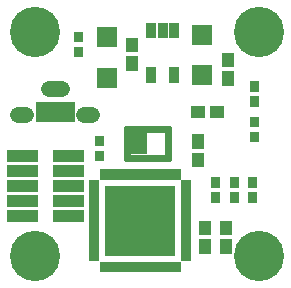
<source format=gts>
*
*
G04 PADS Layout (Build Number 2008.43.1) generated Gerber (RS-274-X) file*
G04 PC Version=2.1*
*
%IN "digital MEMs USB v103.p"*%
*
%MOIN*%
*
%FSLAX35Y35*%
*
*
*
*
G04 PC Standard Apertures*
*
*
G04 Thermal Relief Aperture macro.*
%AMTER*
1,1,$1,0,0*
1,0,$1-$2,0,0*
21,0,$3,$4,0,0,45*
21,0,$3,$4,0,0,135*
%
*
*
G04 Annular Aperture macro.*
%AMANN*
1,1,$1,0,0*
1,0,$2,0,0*
%
*
*
G04 Odd Aperture macro.*
%AMODD*
1,1,$1,0,0*
1,0,$1-0.005,0,0*
%
*
*
G04 PC Custom Aperture Macros*
*
*
*
*
*
*
G04 PC Aperture Table*
*
%ADD010C,0.001*%
%ADD018R,0.03X0.03*%
%ADD027R,0.07X0.07*%
%ADD031R,0.04X0.04*%
%ADD055C,0.00984*%
%ADD064R,0.02575X0.02575*%
%ADD065R,0.01394X0.01394*%
%ADD066R,0.03362X0.03362*%
%ADD069C,0.16748*%
%ADD079R,0.02772X0.02772*%
%ADD080C,0.05331*%
%ADD081R,0.01787X0.01787*%
%ADD082R,0.23441X0.23441*%
%ADD083R,0.03992X0.03992*%
*
*
*
*
G04 PC Circuitry*
G04 Layer Name digital MEMs USB v103.p - circuitry*
%LPD*%
*
*
G04 PC Custom Flashes*
G04 Layer Name digital MEMs USB v103.p - flashes*
%LPD*%
*
*
G04 PC Circuitry*
G04 Layer Name digital MEMs USB v103.p - circuitry*
%LPD*%
*
G54D10*
G54D18*
G01X133465Y144888D02*
Y145388D01*
Y149888D02*
Y150388D01*
X185039Y151187D02*
Y151687D01*
Y156187D02*
Y156687D01*
Y162998D02*
Y163498D01*
Y167998D02*
Y168498D01*
X126378Y185033D02*
Y184533D01*
Y180033D02*
Y179533D01*
X184252Y131108D02*
Y131608D01*
Y136108D02*
Y136608D01*
X178346Y131108D02*
Y131608D01*
Y136108D02*
Y136608D01*
X172047D02*
Y136108D01*
Y131608D02*
Y131108D01*
G54D27*
X135827Y184703D03*
Y171203D03*
X167323Y171990D03*
Y185490D03*
G54D31*
X166142Y150350D02*
Y149550D01*
Y144150D02*
Y143350D01*
X165791Y159843D02*
X166591D01*
X171991D02*
X172791D01*
X144094Y182634D02*
Y181834D01*
Y176434D02*
Y175634D01*
X175984Y170516D02*
Y171316D01*
Y176716D02*
Y177516D01*
X168504Y114610D02*
Y115410D01*
Y120810D02*
Y121610D01*
X175591Y114610D02*
Y115410D01*
Y120810D02*
Y121610D01*
G54D55*
X141714Y154718D02*
X141708Y154715D01*
X141706Y154710*
Y143702*
X141708Y143696*
X141714Y143694*
X156689*
X156694Y143696*
X156697Y143702*
Y154710*
X156694Y154715*
X156689Y154718*
X141714*
X143115Y153339D02*
X155307D01*
Y145087*
X143118*
X143115Y153339*
X141831Y143694D02*
Y154718D01*
X142323Y143694D02*
Y154718D01*
X142815Y143694D02*
Y154718D01*
X143307Y143694D02*
Y145087D01*
Y153339D02*
Y154718D01*
X143799Y143694D02*
Y145087D01*
Y153339D02*
Y154718D01*
X144291Y143694D02*
Y145087D01*
Y153339D02*
Y154718D01*
X144783Y143694D02*
Y145087D01*
Y153339D02*
Y154718D01*
X145276Y143694D02*
Y145087D01*
Y153339D02*
Y154718D01*
X145768Y143694D02*
Y145087D01*
Y153339D02*
Y154718D01*
X146260Y143694D02*
Y145087D01*
Y153339D02*
Y154718D01*
X146752Y143694D02*
Y145087D01*
Y153339D02*
Y154718D01*
X147244Y143694D02*
Y145087D01*
Y153339D02*
Y154718D01*
X147736Y143694D02*
Y145087D01*
Y153339D02*
Y154718D01*
X148228Y143694D02*
Y145087D01*
Y153339D02*
Y154718D01*
X148720Y143694D02*
Y145087D01*
Y153339D02*
Y154718D01*
X149213Y143694D02*
Y145087D01*
Y153339D02*
Y154718D01*
X149705Y143694D02*
Y145087D01*
Y153339D02*
Y154718D01*
X150197Y143694D02*
Y145087D01*
Y153339D02*
Y154718D01*
X150689Y143694D02*
Y145087D01*
Y153339D02*
Y154718D01*
X151181Y143694D02*
Y145087D01*
Y153339D02*
Y154718D01*
X151673Y143694D02*
Y145087D01*
Y153339D02*
Y154718D01*
X152165Y143694D02*
Y145087D01*
Y153339D02*
Y154718D01*
X152657Y143694D02*
Y145087D01*
Y153339D02*
Y154718D01*
X153150Y143694D02*
Y145087D01*
Y153339D02*
Y154718D01*
X153642Y143694D02*
Y145087D01*
Y153339D02*
Y154718D01*
X154134Y143694D02*
Y145087D01*
Y153339D02*
Y154718D01*
X154626Y143694D02*
Y145087D01*
Y153339D02*
Y154718D01*
X155118Y143694D02*
Y145087D01*
Y153339D02*
Y154718D01*
X155610Y143694D02*
Y154718D01*
X156102Y143694D02*
Y154718D01*
X156594Y143694D02*
Y154718D01*
G54D64*
X145079Y147047D02*
Y147835D01*
X147835Y147047D02*
Y147835D01*
Y150591D02*
Y151378D01*
X145079Y150591D02*
Y151378D01*
G54D65*
X156034Y153032D03*
G54D66*
X158071Y187795D02*
Y186024D01*
X154331Y187795D02*
Y186024D01*
X150591Y187795D02*
Y186024D01*
Y173031D02*
Y171260D01*
X158071Y173031D02*
Y171260D01*
G54D69*
X111811Y186614D03*
X186614D03*
Y111811D03*
X111811D03*
G54D79*
X123622Y161909D02*
Y157776D01*
X121063Y161909D02*
Y157776D01*
X118504Y161909D02*
Y157776D01*
X115945Y161909D02*
Y157776D01*
X113386Y161909D02*
Y157776D01*
G54D80*
X130906Y158858D02*
X128150D01*
X108858D02*
X106102D01*
X120669Y167323D02*
X116339D01*
G54D81*
X130709Y136220D02*
X132283D01*
X130709Y134646D02*
X132283D01*
X130709Y133071D02*
X132283D01*
X130709Y131496D02*
X132283D01*
X130709Y129921D02*
X132283D01*
X130709Y128346D02*
X132283D01*
X130709Y126772D02*
X132283D01*
X130709Y125197D02*
X132283D01*
X130709Y123622D02*
X132283D01*
X130709Y122047D02*
X132283D01*
X130709Y120472D02*
X132283D01*
X130709Y118898D02*
X132283D01*
X130709Y117323D02*
X132283D01*
X130709Y115748D02*
X132283D01*
X130709Y114173D02*
X132283D01*
X130709Y112598D02*
X132283D01*
X130709Y111024D02*
X132283D01*
X134252Y107480D02*
Y109055D01*
X135827Y107480D02*
Y109055D01*
X137402Y107480D02*
Y109055D01*
X138976Y107480D02*
Y109055D01*
X140551Y107480D02*
Y109055D01*
X142126Y107480D02*
Y109055D01*
X143701Y107480D02*
Y109055D01*
X145276Y107480D02*
Y109055D01*
X146850Y107480D02*
Y109055D01*
X148425Y107480D02*
Y109055D01*
X150000Y107480D02*
Y109055D01*
X151575Y107480D02*
Y109055D01*
X153150Y107480D02*
Y109055D01*
X154724Y107480D02*
Y109055D01*
X156299Y107480D02*
Y109055D01*
X157874Y107480D02*
Y109055D01*
X159449Y107480D02*
Y109055D01*
X161417Y111024D02*
X162992D01*
X161417Y112598D02*
X162992D01*
X161417Y114173D02*
X162992D01*
X161417Y115748D02*
X162992D01*
X161417Y117323D02*
X162992D01*
X161417Y118898D02*
X162992D01*
X161417Y120472D02*
X162992D01*
X161417Y122047D02*
X162992D01*
X161417Y123622D02*
X162992D01*
X161417Y125197D02*
X162992D01*
X161417Y126772D02*
X162992D01*
X161417Y128346D02*
X162992D01*
X161417Y129921D02*
X162992D01*
X161417Y131496D02*
X162992D01*
X161417Y133071D02*
X162992D01*
X161417Y134646D02*
X162992D01*
X161417Y136220D02*
X162992D01*
X159449Y138189D02*
Y139764D01*
X157874Y138189D02*
Y139764D01*
X156299Y138189D02*
Y139764D01*
X154724Y138189D02*
Y139764D01*
X153150Y138189D02*
Y139764D01*
X151575Y138189D02*
Y139764D01*
X150000Y138189D02*
Y139764D01*
X148425Y138189D02*
Y139764D01*
X146850Y138189D02*
Y139764D01*
X145276Y138189D02*
Y139764D01*
X143701Y138189D02*
Y139764D01*
X142126Y138189D02*
Y139764D01*
X140551Y138189D02*
Y139764D01*
X138976Y138189D02*
Y139764D01*
X137402Y138189D02*
Y139764D01*
X135827Y138189D02*
Y139764D01*
X134252Y138189D02*
Y139764D01*
G54D82*
X146850Y123622D03*
G54D83*
X104449Y145039D02*
X110906D01*
X104449Y140039D02*
X110906D01*
X104449Y135039D02*
X110906D01*
X104449Y130039D02*
X110906D01*
X104449Y125039D02*
X110906D01*
X119803D02*
X126260D01*
X119803Y130039D02*
X126260D01*
X119803Y135039D02*
X126260D01*
X119803Y140039D02*
X126260D01*
X119803Y145039D02*
X126260D01*
X0Y0D02*
M02*

</source>
